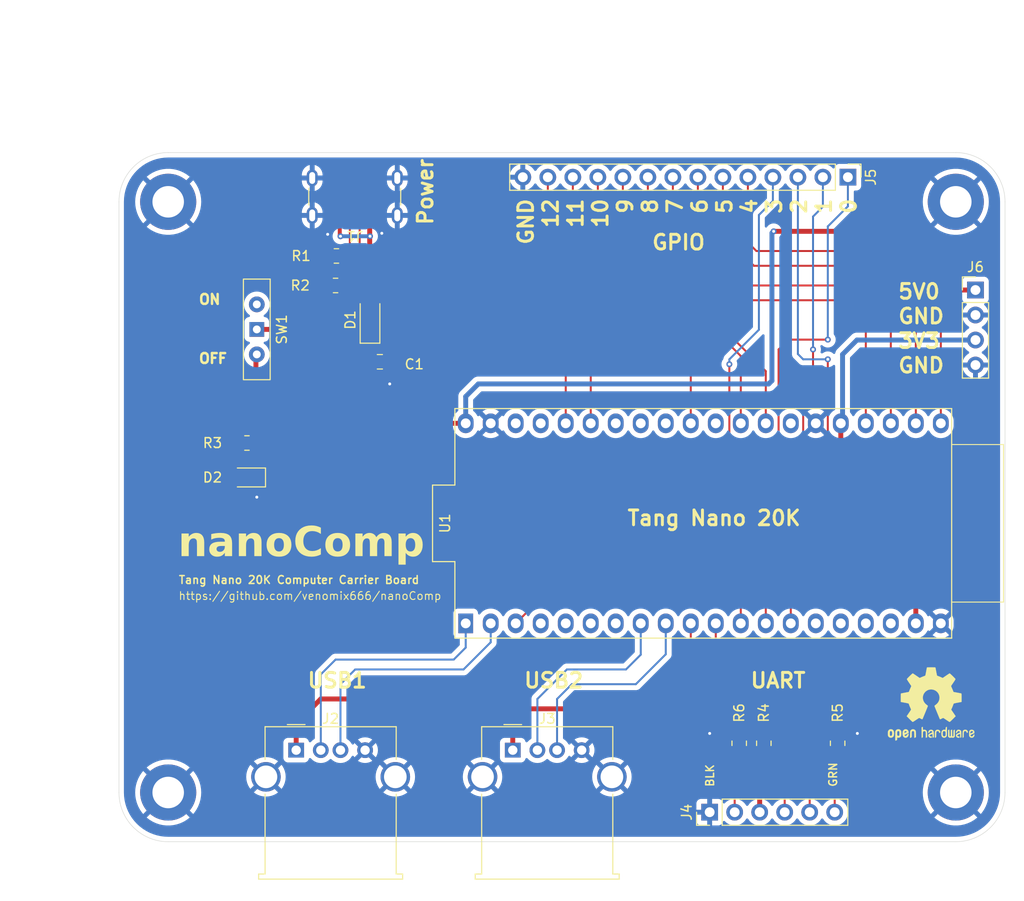
<source format=kicad_pcb>
(kicad_pcb (version 20240108) (generator "pcbnew") (generator_version "8.0")
  (title_block (title "nanoComp") (date "2024-07-10") (rev "A"))
  (layers (0 "F.Cu" signal) (31 "B.Cu" signal) (34 "B.Paste" user) (35 "F.Paste" user) (36 "B.SilkS" user "B.Silkscreen") (37 "F.SilkS" user "F.Silkscreen") (38 "B.Mask" user) (39 "F.Mask" user) (44 "Edge.Cuts" user))
  (net 0 "")
  (net 1 "Net-(D1-K)")
  (net 2 "GND")
  (net 3 "Net-(D1-A)")
  (net 4 "Net-(D2-A)")
  (net 5 "VCC")
  (net 6 "Net-(J1-CC2)")
  (net 7 "Net-(J1-CC1)")
  (net 8 "/USB_A_D+")
  (net 9 "/USB_A_D-")
  (net 10 "/RTS#")
  (net 11 "/RXD")
  (net 12 "/TXD")
  (net 13 "/USB_B_D-")
  (net 14 "/CTS#")
  (net 16 "/USB_B_D+")
  (net 19 "Net-(J4-Pin_3)")
  (net 21 "/GPIO8")
  (net 22 "/GPIO4")
  (net 23 "/GPIO9")
  (net 25 "/GPIO12")
  (net 27 "/GPIO0")
  (net 29 "/GPIO5")
  (net 31 "/GPIO7")
  (net 34 "/GPIO1")
  (net 36 "/GPIO10")
  (net 37 "/GPIO3")
  (net 42 "/GPIO2")
  (net 43 "/GPIO11")
  (net 45 "/GPIO6")
  (net 46 "3V3")
  (footprint "Connector_USB:USB_C_Receptacle_GCT_USB4125-xx-x-0190_6P_TopMnt_Horizontal" (layer "F.Cu") (at 103.947427 62.381348 180)
    (property "Reference" "J1" (at 0 -5.1 180) (layer "F.SilkS"))
    (property "Value" "USB_C_Receptacle_PowerOnly_6P")
    (pad "A5" smd roundrect (at -0.5 -3.08 180) (size 0.7 1.2) (layers "F.Cu" "F.Paste" "F.Mask") (net 7 "Net-(J1-CC1)"))
    (pad "A9" smd roundrect (at 1.52 -3.08) (size 0.76 1.2) (layers "F.Cu" "F.Paste" "F.Mask") (net 3 "Net-(D1-A)"))
    (pad "A12" smd roundrect (at 2.75 -3.08) (size 0.8 1.2) (layers "F.Cu" "F.Paste" "F.Mask") (net 2 "GND"))
    (pad "B5" smd roundrect (at 0.5 -3.08) (size 0.7 1.2) (layers "F.Cu" "F.Paste" "F.Mask") (net 6 "Net-(J1-CC2)"))
    (pad "B9" smd roundrect (at -1.52 -3.08 180) (size 0.76 1.2) (layers "F.Cu" "F.Paste" "F.Mask") (net 3 "Net-(D1-A)"))
    (pad "B12" smd roundrect (at -2.75 -3.08 180) (size 0.8 1.2) (layers "F.Cu" "F.Paste" "F.Mask") (net 2 "GND"))
    (pad "S1" thru_hole oval (at -4.32 -3 180) (size 1.1 1.7) (drill oval 0.6 1.2) (layers "*.Cu" "*.Mask" "F.Paste") (net 2 "GND"))
    (pad "S1" thru_hole oval (at -4.32 0.8 180) (size 1.1 1.7) (drill oval 0.6 1.2) (layers "*.Cu" "*.Mask" "F.Paste") (net 2 "GND"))
    (pad "S1" thru_hole oval (at 4.32 -3 180) (size 1.1 1.7) (drill oval 0.6 1.2) (layers "*.Cu" "*.Mask" "F.Paste") (net 2 "GND"))
    (pad "S1" thru_hole oval (at 4.32 0.8 180) (size 1.1 1.7) (drill oval 0.6 1.2) (layers "*.Cu" "*.Mask" "F.Paste") (net 2 "GND"))
  )
  (footprint "Connector_PinHeader_2.54mm:PinHeader_1x14_P2.54mm_Vertical" (layer "F.Cu") (at 154.04 61.5 -90)
    (property "Reference" "J5" (at 0 -2.33 90) (layer "F.SilkS"))
    (property "Value" "Conn_01x14")
    (pad "1" thru_hole rect (at 0 0 270) (size 1.7 1.7) (drill 1) (layers "*.Cu" "*.Mask") (net 27 "/GPIO0"))
    (pad "2" thru_hole oval (at 0 2.54 270) (size 1.7 1.7) (drill 1) (layers "*.Cu" "*.Mask") (net 34 "/GPIO1"))
    (pad "3" thru_hole oval (at 0 5.08 270) (size 1.7 1.7) (drill 1) (layers "*.Cu" "*.Mask") (net 42 "/GPIO2"))
    (pad "4" thru_hole oval (at 0 7.62 270) (size 1.7 1.7) (drill 1) (layers "*.Cu" "*.Mask") (net 37 "/GPIO3"))
    (pad "5" thru_hole oval (at 0 10.16 270) (size 1.7 1.7) (drill 1) (layers "*.Cu" "*.Mask") (net 22 "/GPIO4"))
    (pad "6" thru_hole oval (at 0 12.7 270) (size 1.7 1.7) (drill 1) (layers "*.Cu" "*.Mask") (net 29 "/GPIO5"))
    (pad "7" thru_hole oval (at 0 15.24 270) (size 1.7 1.7) (drill 1) (layers "*.Cu" "*.Mask") (net 45 "/GPIO6"))
    (pad "8" thru_hole oval (at 0 17.78 270) (size 1.7 1.7) (drill 1) (layers "*.Cu" "*.Mask") (net 31 "/GPIO7"))
    (pad "9" thru_hole oval (at 0 20.32 270) (size 1.7 1.7) (drill 1) (layers "*.Cu" "*.Mask") (net 21 "/GPIO8"))
    (pad "10" thru_hole oval (at 0 22.86 270) (size 1.7 1.7) (drill 1) (layers "*.Cu" "*.Mask") (net 23 "/GPIO9"))
    (pad "11" thru_hole oval (at 0 25.4 270) (size 1.7 1.7) (drill 1) (layers "*.Cu" "*.Mask") (net 36 "/GPIO10"))
    (pad "12" thru_hole oval (at 0 27.94 270) (size 1.7 1.7) (drill 1) (layers "*.Cu" "*.Mask") (net 43 "/GPIO11"))
    (pad "13" thru_hole oval (at 0 30.48 270) (size 1.7 1.7) (drill 1) (layers "*.Cu" "*.Mask") (net 25 "/GPIO12"))
    (pad "14" thru_hole oval (at 0 33.02 270) (size 1.7 1.7) (drill 1) (layers "*.Cu" "*.Mask") (net 2 "GND"))
  )
  (footprint "Connector_PinHeader_2.54mm:PinHeader_1x04_P2.54mm_Vertical" (layer "F.Cu") (at 167 72.96)
    (property "Reference" "J6" (at 0 -2.33 0) (layer "F.SilkS"))
    (property "Value" "Conn_01x04")
    (pad "1" thru_hole rect (at 0 0) (size 1.7 1.7) (drill 1) (layers "*.Cu" "*.Mask") (net 5 "VCC"))
    (pad "2" thru_hole oval (at 0 2.54) (size 1.7 1.7) (drill 1) (layers "*.Cu" "*.Mask") (net 2 "GND"))
    (pad "3" thru_hole oval (at 0 5.08) (size 1.7 1.7) (drill 1) (layers "*.Cu" "*.Mask") (net 46 "3V3"))
    (pad "4" thru_hole oval (at 0 7.62) (size 1.7 1.7) (drill 1) (layers "*.Cu" "*.Mask") (net 2 "GND"))
  )
  (footprint "Capacitor_SMD:C_0805_2012Metric_Pad1.18x1.45mm_HandSolder" (layer "F.Cu") (at 106.5 80.25)
    (property "Reference" "C1" (at 3.5 0.25 0) (layer "F.SilkS"))
    (property "Value" "1uF")
    (pad "1" smd roundrect (at -1.0375 0) (size 1.175 1.45) (layers "F.Cu" "F.Paste" "F.Mask") (roundrect_rratio 0.212766) (net 1 "Net-(D1-K)"))
    (pad "2" smd roundrect (at 1.0375 0) (size 1.175 1.45) (layers "F.Cu" "F.Paste" "F.Mask") (roundrect_rratio 0.212766) (net 2 "GND"))
  )
  (footprint "Connector_USB:USB_A_Molex_67643_Horizontal" (layer "F.Cu") (at 120 119.7)
    (property "Reference" "J3" (at 3.5 -3.19 0) (layer "F.SilkS"))
    (property "Value" "USB_A")
    (pad "1" thru_hole rect (at 0 0) (size 1.6 1.5) (drill 0.95) (layers "*.Cu" "*.Mask") (net 5 "VCC"))
    (pad "2" thru_hole circle (at 2.5 0) (size 1.6 1.6) (drill 0.95) (layers "*.Cu" "*.Mask") (net 13 "/USB_B_D-"))
    (pad "3" thru_hole circle (at 4.5 0) (size 1.6 1.6) (drill 0.95) (layers "*.Cu" "*.Mask") (net 16 "/USB_B_D+"))
    (pad "4" thru_hole circle (at 7 0) (size 1.6 1.6) (drill 0.95) (layers "*.Cu" "*.Mask") (net 2 "GND"))
    (pad "5" thru_hole circle (at -3.07 2.71) (size 3 3) (drill 2.3) (layers "*.Cu" "*.Mask") (net 2 "GND"))
    (pad "5" thru_hole circle (at 10.07 2.71) (size 3 3) (drill 2.3) (layers "*.Cu" "*.Mask") (net 2 "GND"))
  )
  (footprint "MountingHole:MountingHole_3.2mm_M3_ISO7380_Pad" (layer "F.Cu") (at 85 124)
    (property "Reference" "H2" (hide yes))
    (property "Value" "MountingHole_Pad")
    (pad "1" thru_hole circle (at 0 0) (size 5.7 5.7) (drill 3.2) (layers "*.Cu" "*.Mask") (net 2 "GND"))
  )
  (footprint "Connector_USB:USB_A_Molex_67643_Horizontal" (layer "F.Cu") (at 98 119.7)
    (property "Reference" "J2" (at 3.5 -3.19 0) (layer "F.SilkS"))
    (property "Value" "USB_A")
    (pad "1" thru_hole rect (at 0 0) (size 1.6 1.5) (drill 0.95) (layers "*.Cu" "*.Mask") (net 5 "VCC"))
    (pad "2" thru_hole circle (at 2.5 0) (size 1.6 1.6) (drill 0.95) (layers "*.Cu" "*.Mask") (net 9 "/USB_A_D-"))
    (pad "3" thru_hole circle (at 4.5 0) (size 1.6 1.6) (drill 0.95) (layers "*.Cu" "*.Mask") (net 8 "/USB_A_D+"))
    (pad "4" thru_hole circle (at 7 0) (size 1.6 1.6) (drill 0.95) (layers "*.Cu" "*.Mask") (net 2 "GND"))
    (pad "5" thru_hole circle (at -3.07 2.71) (size 3 3) (drill 2.3) (layers "*.Cu" "*.Mask") (net 2 "GND"))
    (pad "5" thru_hole circle (at 10.07 2.71) (size 3 3) (drill 2.3) (layers "*.Cu" "*.Mask") (net 2 "GND"))
  )
  (footprint "Connector_PinHeader_2.54mm:PinHeader_1x06_P2.54mm_Vertical" (layer "F.Cu") (at 140 126 90)
    (property "Reference" "J4" (at 0 -2.33 90) (layer "F.SilkS"))
    (property "Value" "Conn_01x06_Pin")
    (pad "1" thru_hole rect (at 0 0 90) (size 1.7 1.7) (drill 1) (layers "*.Cu" "*.Mask") (net 2 "GND"))
    (pad "2" thru_hole oval (at 0 2.54 90) (size 1.7 1.7) (drill 1) (layers "*.Cu" "*.Mask") (net 14 "/CTS#"))
    (pad "3" thru_hole oval (at 0 5.08 90) (size 1.7 1.7) (drill 1) (layers "*.Cu" "*.Mask") (net 19 "Net-(J4-Pin_3)"))
    (pad "4" thru_hole oval (at 0 7.62 90) (size 1.7 1.7) (drill 1) (layers "*.Cu" "*.Mask") (net 12 "/TXD"))
    (pad "5" thru_hole oval (at 0 10.16 90) (size 1.7 1.7) (drill 1) (layers "*.Cu" "*.Mask") (net 11 "/RXD"))
    (pad "6" thru_hole oval (at 0 12.7 90) (size 1.7 1.7) (drill 1) (layers "*.Cu" "*.Mask") (net 10 "/RTS#"))
  )
  (footprint "Symbol:OSHW-Logo2_9.8x8mm_SilkScreen" (layer "F.Cu") (at 162.5 115)
    (property "Reference" "REF**" (hide yes))
    (property "Value" "OSHW-Logo2_9.8x8mm_SilkScreen" (hide yes))
  )
  (footprint "Resistor_SMD:R_0805_2012Metric" (layer "F.Cu") (at 102.0875 69.5 180)
    (property "Reference" "R1" (at 3.5875 0 0) (layer "F.SilkS"))
    (property "Value" "5k1")
    (pad "1" smd roundrect (at -0.9125 0 180) (size 1.025 1.4) (layers "F.Cu" "F.Paste" "F.Mask") (roundrect_rratio 0.243902) (net 6 "Net-(J1-CC2)"))
    (pad "2" smd roundrect (at 0.9125 0 180) (size 1.025 1.4) (layers "F.Cu" "F.Paste" "F.Mask") (roundrect_rratio 0.243902) (net 2 "GND"))
  )
  (footprint "Resistor_SMD:R_0805_2012Metric" (layer "F.Cu") (at 93 88.5 180)
    (property "Reference" "R3" (at 3.5 0 0) (layer "F.SilkS"))
    (property "Value" "1k")
    (pad "1" smd roundrect (at -0.9125 0 180) (size 1.025 1.4) (layers "F.Cu" "F.Paste" "F.Mask") (roundrect_rratio 0.243902) (net 5 "VCC"))
    (pad "2" smd roundrect (at 0.9125 0 180) (size 1.025 1.4) (layers "F.Cu" "F.Paste" "F.Mask") (roundrect_rratio 0.243902) (net 4 "Net-(D2-A)"))
  )
  (footprint "MountingHole:MountingHole_3.2mm_M3_ISO7380_Pad" (layer "F.Cu") (at 85 64)
    (property "Reference" "H1" (hide yes))
    (property "Value" "MountingHole_Pad")
    (pad "1" thru_hole circle (at 0 0) (size 5.7 5.7) (drill 3.2) (layers "*.Cu" "*.Mask") (net 2 "GND"))
  )
  (footprint "MountingHole:MountingHole_3.2mm_M3_ISO7380_Pad" (layer "F.Cu") (at 165 124)
    (property "Reference" "H3" (hide yes))
    (property "Value" "MountingHole_Pad")
    (pad "1" thru_hole circle (at 0 0) (size 5.7 5.7) (drill 3.2) (layers "*.Cu" "*.Mask") (net 2 "GND"))
  )
  (footprint "nanoComp:tangnano20k" (layer "F.Cu") (at 139.35 96.66)
    (property "Reference" "U1" (at -26.23 0 90) (layer "F.SilkS"))
    (property "Value" "~")
    (pad "1" thru_hole rect (at -24.13 10.16) (size 1.5 2) (drill 1) (layers "*.Cu" "*.Mask") (net 9 "/USB_A_D-"))
    (pad "2" thru_hole oval (at -21.59 10.16) (size 1.6 2) (drill 1) (layers "*.Cu" "*.Mask") (net 8 "/USB_A_D+"))
    (pad "3" thru_hole oval (at -19.05 10.16) (size 1.6 2) (drill 1) (layers "*.Cu" "*.Mask") (net 37 "/GPIO3"))
    (pad "4" thru_hole oval (at -16.51 10.16) (size 1.6 2) (drill 1) (layers "*.Cu" "*.Mask"))
    (pad "5" thru_hole oval (at -13.97 10.16) (size 1.6 2) (drill 1) (layers "*.Cu" "*.Mask"))
    (pad "6" thru_hole oval (at -11.43 10.16) (size 1.6 2) (drill 1) (layers "*.Cu" "*.Mask"))
    (pad "7" thru_hole oval (at -8.89 10.16) (size 1.6 2) (drill 1) (layers "*.Cu" "*.Mask"))
    (pad "8" thru_hole oval (at -6.35 10.16) (size 1.6 2) (drill 1) (layers "*.Cu" "*.Mask") (net 13 "/USB_B_D-"))
    (pad "9" thru_hole oval (at -3.81 10.16) (size 1.6 2) (drill 1) (layers "*.Cu" "*.Mask") (net 16 "/USB_B_D+"))
    (pad "10" thru_hole oval (at -1.27 10.16) (size 1.6 2) (drill 1) (layers "*.Cu" "*.Mask") (net 12 "/TXD"))
    (pad "11" thru_hole oval (at 1.27 10.16) (size 1.6 2) (drill 1) (layers "*.Cu" "*.Mask") (net 11 "/RXD"))
    (pad "12" thru_hole oval (at 3.81 10.16) (size 1.6 2) (drill 1) (layers "*.Cu" "*.Mask") (net 27 "/GPIO0"))
    (pad "13" thru_hole oval (at 6.35 10.16) (size 1.6 2) (drill 1) (layers "*.Cu" "*.Mask") (net 34 "/GPIO1"))
    (pad "14" thru_hole oval (at 8.89 10.16) (size 1.6 2) (drill 1) (layers "*.Cu" "*.Mask") (net 42 "/GPIO2"))
    (pad "15" thru_hole oval (at 11.43 10.16) (size 1.6 2) (drill 1) (layers "*.Cu" "*.Mask"))
    (pad "16" thru_hole oval (at 13.97 10.16) (size 1.6 2) (drill 1) (layers "*.Cu" "*.Mask"))
    (pad "17" thru_hole oval (at 16.51 10.16) (size 1.6 2) (drill 1) (layers "*.Cu" "*.Mask"))
    (pad "18" thru_hole oval (at 19.05 10.16) (size 1.6 2) (drill 1) (layers "*.Cu" "*.Mask"))
    (pad "19" thru_hole oval (at 21.59 10.16) (size 1.6 2) (drill 1) (layers "*.Cu" "*.Mask") (net 46 "3V3"))
    (pad "20" thru_hole oval (at 24.13 10.16) (size 1.6 2) (drill 1) (layers "*.Cu" "*.Mask") (net 2 "GND"))
    (pad "21" thru_hole oval (at 24.13 -10.16) (size 1.6 2) (drill 1) (layers "*.Cu" "*.Mask") (net 22 "/GPIO4"))
    (pad "22" thru_hole oval (at 21.59 -10.16) (size 1.6 2) (drill 1) (layers "*.Cu" "*.Mask") (net 29 "/GPIO5"))
    (pad "23" thru_hole oval (at 19.05 -10.16) (size 1.6 2) (drill 1) (layers "*.Cu" "*.Mask") (net 45 "/GPIO6"))
    (pad "24" thru_hole oval (at 16.51 -10.16) (size 1.6 2) (drill 1) (layers "*.Cu" "*.Mask") (net 31 "/GPIO7"))
    (pad "25" thru_hole oval (at 13.97 -10.16) (size 1.6 2) (drill 1) (layers "*.Cu" "*.Mask") (net 46 "3V3"))
    (pad "26" thru_hole oval (at 11.43 -10.16) (size 1.6 2) (drill 1) (layers "*.Cu" "*.Mask") (net 2 "GND"))
    (pad "27" thru_hole oval (at 8.89 -10.16) (size 1.6 2) (drill 1) (layers "*.Cu" "*.Mask"))
    (pad "28" thru_hole oval (at 6.35 -10.16) (size 1.6 2) (drill 1) (layers "*.Cu" "*.Mask") (net 21 "/GPIO8"))
    (pad "29" thru_hole oval (at 3.81 -10.16) (size 1.6 2) (drill 1) (layers "*.Cu" "*.Mask") (net 23 "/GPIO9"))
    (pad "30" thru_hole oval (at 1.27 -10.16) (size 1.6 2) (drill 1) (layers "*.Cu" "*.Mask"))
    (pad "31" thru_hole oval (at -1.27 -10.16) (size 1.6 2) (drill 1) (layers "*.Cu" "*.Mask") (net 36 "/GPIO10"))
    (pad "32" thru_hole oval (at -3.81 -10.16) (size 1.6 2) (drill 1) (layers "*.Cu" "*.Mask"))
    (pad "33" thru_hole oval (at -6.35 -10.16) (size 1.6 2) (drill 1) (layers "*.Cu" "*.Mask"))
    (pad "34" thru_hole oval (at -8.89 -10.16) (size 1.6 2) (drill 1) (layers "*.Cu" "*.Mask"))
    (pad "35" thru_hole oval (at -11.43 -10.16) (size 1.6 2) (drill 1) (layers "*.Cu" "*.Mask") (net 43 "/GPIO11"))
    (pad "36" thru_hole oval (at -13.97 -10.16) (size 1.6 2) (drill 1) (layers "*.Cu" "*.Mask") (net 25 "/GPIO12"))
    (pad "37" thru_hole oval (at -16.51 -10.16) (size 1.6 2) (drill 1) (layers "*.Cu" "*.Mask"))
    (pad "38" thru_hole oval (at -19.05 -10.16) (size 1.6 2) (drill 1) (layers "*.Cu" "*.Mask"))
    (pad "39" thru_hole oval (at -21.59 -10.16) (size 1.6 2) (drill 1) (layers "*.Cu" "*.Mask") (net 2 "GND"))
    (pad "40" thru_hole oval (at -24.13 -10.16) (size 1.6 2) (drill 1) (layers "*.Cu" "*.Mask") (net 5 "VCC"))
  )
  (footprint "LED_SMD:LED_0805_2012Metric_Pad1.15x1.40mm_HandSolder" (layer "F.Cu") (at 93.025 92 180)
    (property "Reference" "D2" (at 3.525 0 0) (layer "F.SilkS"))
    (property "Value" "LED")
    (pad "1" smd roundrect (at -1.025 0 180) (size 1.15 1.4) (layers "F.Cu" "F.Paste" "F.Mask") (roundrect_rratio 0.217391) (net 2 "GND"))
    (pad "2" smd roundrect (at 1.025 0 180) (size 1.15 1.4) (layers "F.Cu" "F.Paste" "F.Mask") (roundrect_rratio 0.217391) (net 4 "Net-(D2-A)"))
  )
  (footprint "Resistor_SMD:R_0805_2012Metric" (layer "F.Cu") (at 145.5 119 90)
    (property "Reference" "R4" (at 3.0875 0 90) (layer "F.SilkS"))
    (property "Value" "NM")
    (pad "1" smd roundrect (at -0.9125 0 90) (size 1.025 1.4) (layers "F.Cu" "F.Paste" "F.Mask") (roundrect_rratio 0.243902) (net 19 "Net-(J4-Pin_3)"))
    (pad "2" smd roundrect (at 0.9125 0 90) (size 1.025 1.4) (layers "F.Cu" "F.Paste" "F.Mask") (roundrect_rratio 0.243902) (net 5 "VCC"))
  )
  (footprint "Resistor_SMD:R_0805_2012Metric" (layer "F.Cu") (at 153 119 -90)
    (property "Reference" "R5" (at -3.0875 0 90) (layer "F.SilkS"))
    (property "Value" "NM")
    (pad "1" smd roundrect (at -0.9125 0 270) (size 1.025 1.4) (layers "F.Cu" "F.Paste" "F.Mask") (roundrect_rratio 0.243902) (net 2 "GND"))
    (pad "2" smd roundrect (at 0.9125 0 270) (size 1.025 1.4) (layers "F.Cu" "F.Paste" "F.Mask") (roundrect_rratio 0.243902) (net 10 "/RTS#"))
  )
  (footprint "Diode_SMD:D_SOD-123" (layer "F.Cu") (at 105.5 76 90)
    (property "Reference" "D1" (at 0 -2 90) (layer "F.SilkS"))
    (property "Value" "1N5819HW-7-F")
    (pad "1" smd roundrect (at -1.65 0 90) (size 0.9 1.2) (layers "F.Cu" "F.Paste" "F.Mask") (net 1 "Net-(D1-K)"))
    (pad "2" smd roundrect (at 1.65 0 90) (size 0.9 1.2) (layers "F.Cu" "F.Paste" "F.Mask") (net 3 "Net-(D1-A)"))
  )
  (footprint "MountingHole:MountingHole_3.2mm_M3_ISO7380_Pad" (layer "F.Cu") (at 165 64)
    (property "Reference" "H4" (hide yes))
    (property "Value" "MountingHole_Pad")
    (pad "1" thru_hole circle (at 0 0) (size 5.7 5.7) (drill 3.2) (layers "*.Cu" "*.Mask") (net 2 "GND"))
  )
  (footprint "Resistor_SMD:R_0805_2012Metric" (layer "F.Cu") (at 102 72.5 180)
    (property "Reference" "R2" (at 3.5875 0 0) (layer "F.SilkS"))
    (property "Value" "5k1")
    (pad "1" smd roundrect (at -0.9125 0 180) (size 1.025 1.4) (layers "F.Cu" "F.Paste" "F.Mask") (roundrect_rratio 0.243902) (net 7 "Net-(J1-CC1)"))
    (pad "2" smd roundrect (at 0.9125 0 180) (size 1.025 1.4) (layers "F.Cu" "F.Paste" "F.Mask") (roundrect_rratio 0.243902) (net 2 "GND"))
  )
  (footprint "Button_Switch_THT:SW_Slide-03_Wuerth-WS-SLTV_10x2.5x6.4_P2.54mm" (layer "F.Cu") (at 94 76.96 -90)
    (property "Reference" "SW1" (at 0 -2.54 90) (layer "F.SilkS"))
    (property "Value" "SW_Wuerth_450301014042")
    (pad "1" thru_hole rect (at 0 0 270) (size 1.5 1.5) (drill 0.8) (layers "*.Cu" "*.Mask") (net 1 "Net-(D1-K)"))
    (pad "2" thru_hole circle (at -2.54 0 270) (size 1.6 1.6) (drill 0.8) (layers "*.Cu" "*.Mask"))
    (pad "3" thru_hole circle (at 2.54 0 270) (size 1.6 1.6) (drill 0.8) (layers "*.Cu" "*.Mask") (net 5 "VCC"))
  )
  (footprint "Resistor_SMD:R_0805_2012Metric" (layer "F.Cu") (at 143 119 -90)
    (property "Reference" "R6" (at -3.0875 0 90) (layer "F.SilkS"))
    (property "Value" "NM")
    (pad "1" smd roundrect (at -0.9125 0 270) (size 1.025 1.4) (layers "F.Cu" "F.Paste" "F.Mask") (roundrect_rratio 0.243902) (net 2 "GND"))
    (pad "2" smd roundrect (at 0.9125 0 270) (size 1.025 1.4) (layers "F.Cu" "F.Paste" "F.Mask") (roundrect_rratio 0.243902) (net 14 "/CTS#"))
  )
  (gr_line (start 170 64) (end 170 124) (stroke (width 0.05)) (layer "Edge.Cuts"))
  (gr_arc (start 170 124) (mid 168.535534 127.535534) (end 165 129) (stroke (width 0.05)) (layer "Edge.Cuts"))
  (gr_line (start 165 129) (end 85 129) (stroke (width 0.05)) (layer "Edge.Cuts"))
  (gr_line (start 85 59) (end 165 59) (stroke (width 0.05)) (layer "Edge.Cuts"))
  (gr_arc (start 85 129) (mid 81.464466 127.535534) (end 80 124) (stroke (width 0.05)) (layer "Edge.Cuts"))
  (gr_arc (start 165 59) (mid 168.535534 60.464466) (end 170 64) (stroke (width 0.05)) (layer "Edge.Cuts"))
  (gr_arc (start 80 64) (mid 81.464466 60.464466) (end 85 59) (stroke (width 0.05)) (layer "Edge.Cuts"))
  (gr_line (start 80 124) (end 80 64) (stroke (width 0.05)) (layer "Edge.Cuts"))
  (gr_text "GPIO" (at 134 69 0) (layer "F.SilkS") (effects (font (size 1.5 1.5) (thickness 0.3) (bold yes)) (justify left bottom)))
  (gr_text "ON\n" (at 88 74.5 0) (layer "F.SilkS") (effects (font (size 1 1) (thickness 0.25) (bold yes)) (justify left bottom)))
  (gr_text "8" (at 134.820568 65.357142 90) (layer "F.SilkS") (effects (font (size 1.5 1.5) (thickness 0.3) (bold yes)) (justify left bottom)))
  (gr_text "USB1" (at 99 113.5 0) (layer "F.SilkS") (effects (font (size 1.5 1.5) (thickness 0.3) (bold yes)) (justify left bottom)))
  (gr_text "GND" (at 159 76.5 0) (layer "F.SilkS") (effects (font (size 1.5 1.5) (thickness 0.3) (bold yes)) (justify left bottom)))
  (gr_text "USB2" (at 121 113.5 0) (layer "F.SilkS") (effects (font (size 1.5 1.5) (thickness 0.3) (bold yes)) (justify left bottom)))
  (gr_text "12" (at 124.730856 66.785713 90) (layer "F.SilkS") (effects (font (size 1.5 1.5) (thickness 0.3) (bold yes)) (justify left bottom)))
  (gr_text "10" (at 129.775712 66.785713 90) (layer "F.SilkS") (effects (font (size 1.5 1.5) (thickness 0.3) (bold yes)) (justify left bottom)))
  (gr_text "4" (at 144.91028 65.357142 90) (layer "F.SilkS") (effects (font (size 1.5 1.5) (thickness 0.3) (bold yes)) (justify left bottom)))
  (gr_text "0" (at 154.999992 65.357142 90) (layer "F.SilkS") (effects (font (size 1.5 1.5) (thickness 0.3) (bold yes)) (justify left bottom)))
  (gr_text "3" (at 147.432708 65.357142 90) (layer "F.SilkS") (effects (font (size 1.5 1.5) (thickness 0.3) (bold yes)) (justify left bottom)))
  (gr_text "GND" (at 122.208428 68.5 90) (layer "F.SilkS") (effects (font (size 1.5 1.5) (thickness 0.3) (bold yes)) (justify left bottom)))
  (gr_text "OFF" (at 88 80.5 0) (layer "F.SilkS") (effects (font (size 1 1) (thickness 0.25) (bold yes)) (justify left bottom)))
  (gr_text "3V3" (at 159 79 0) (layer "F.SilkS") (effects (font (size 1.5 1.5) (thickness 0.3) (bold yes)) (justify left bottom)))
  (gr_text "BLK\n" (at 140.5 123.5 90) (layer "F.SilkS") (effects (font (size 0.8 0.8) (thickness 0.15) (bold yes)) (justify left bottom)))
  (gr_text "GRN\n" (at 153 123.5 90) (layer "F.SilkS") (effects (font (size 0.8 0.8) (thickness 0.15) (bold yes)) (justify left bottom)))
  (gr_text "11" (at 127.253284 66.785713 90) (layer "F.SilkS") (effects (font (size 1.5 1.5) (thickness 0.3) (bold yes)) (justify left bottom)))
  (gr_text "7" (at 137.342996 65.357142 90) (layer "F.SilkS") (effects (font (size 1.5 1.5) (thickness 0.3) (bold yes)) (justify left bottom)))
  (gr_text "5" (at 142.387852 65.357142 90) (layer "F.SilkS") (effects (font (size 1.5 1.5) (thickness 0.3) (bold yes)) (justify left bottom)))
  (gr_text "5V0" (at 159 74 0) (layer "F.SilkS") (effects (font (size 1.5 1.5) (thickness 0.3) (bold yes)) (justify left bottom)))
  (gr_text "Tang Nano 20K Computer Carrier Board" (at 86 102.87134 0) (layer "F.SilkS") (effects (font (size 0.8 0.8) (thickness 0.15) (bold yes)) (justify left bottom)))
  (gr_text "GND" (at 159 81.5 0) (layer "F.SilkS") (effects (font (size 1.5 1.5) (thickness 0.3) (bold yes)) (justify left bottom)))
  (gr_text "1" (at 152.477564 65.357142 90) (layer "F.SilkS") (effects (font (size 1.5 1.5) (thickness 0.3) (bold yes)) (justify left bottom)))
  (gr_text "https://github.com/venomix666/nanoComp" (at 86 104.5 0) (layer "F.SilkS") (effects (font (size 0.8 0.8) (thickness 0.1)) (justify left bottom)))
  (gr_text "2" (at 149.955136 65.357142 90) (layer "F.SilkS") (effects (font (size 1.5 1.5) (thickness 0.3) (bold yes)) (justify left bottom)))
  (gr_text "9" (at 132.29814 65.357142 90) (layer "F.SilkS") (effects (font (size 1.5 1.5) (thickness 0.3) (bold yes)) (justify left bottom)))
  (gr_text "nanoComp" (at 86 100.5 0) (layer "F.SilkS") (effects (font (size 3 3) (thickness 0.5) (bold yes)) (justify left bottom)))
  (gr_text "Power\n" (at 112 66.5 90) (layer "F.SilkS") (effects (font (size 1.5 1.5) (thickness 0.3) (bold yes)) (justify left bottom)))
  (gr_text "UART" (at 144 113.5 0) (layer "F.SilkS") (effects (font (size 1.5 1.5) (thickness 0.3) (bold yes)) (justify left bottom)))
  (gr_text "Tang Nano 20K" (at 131.5 97 0) (layer "F.SilkS") (effects (font (size 1.5 1.5) (thickness 0.3) (bold yes)) (justify left bottom)))
  (gr_text "6" (at 139.865424 65.357142 90) (layer "F.SilkS") (effects (font (size 1.5 1.5) (thickness 0.3) (bold yes)) (justify left bottom)))
  (segment (start 105.5 77.75) (end 98.75 77.75) (width 0.5) (layer "F.Cu") (net 1))
  (segment (start 105.5 77.75) (end 105.5 77.5) (width 0.2) (layer "F.Cu") (net 1))
  (segment (start 105.4625 78.5375) (end 105.4625 80.25) (width 0.4) (layer "F.Cu") (net 1))
  (segment (start 98.75 77.75) (end 97.96 76.96) (width 0.5) (layer "F.Cu") (net 1))
  (segment (start 105.5 77.75) (end 105.5 78.5) (width 0.4) (layer "F.Cu") (net 1))
  (segment (start 97.96 76.96) (end 94 76.96) (width 0.5) (layer "F.Cu") (net 1))
  (segment (start 105.5 78.5) (end 105.4625 78.5375) (width 0.2) (layer "F.Cu") (net 1))
  (segment (start 153 118.0875) (end 154.9125 118.0875) (width 0.2) (layer "F.Cu") (net 2))
  (segment (start 140.0875 118.0875) (end 140 118) (width 0.2) (layer "F.Cu") (net 2))
  (segment (start 107.5375 82.4625) (end 107.5 82.5) (width 0.2) (layer "F.Cu") (net 2))
  (segment (start 106.697427 67.197427) (end 106.697427 65.461348) (width 0.5) (layer "F.Cu") (net 2))
  (segment (start 101.175 67.325) (end 101.197427 67.302573) (width 0.2) (layer "F.Cu") (net 2))
  (segment (start 101.197427 67.302573) (end 101.197427 65.461348) (width 0.5) (layer "F.Cu") (net 2))
  (segment (start 94.05 93.95) (end 94 94) (width 0.2) (layer "F.Cu") (net 2))
  (segment (start 101.175 69.5) (end 101.175 67.325) (width 0.2) (layer "F.Cu") (net 2))
  (segment (start 101.0875 69.5875) (end 101.175 69.5) (width 0.2) (layer "F.Cu") (net 2))
  (segment (start 154.9125 118.0875) (end 155 118) (width 0.2) (layer "F.Cu") (net 2))
  (segment (start 107.5375 80.25) (end 107.5375 82.4625) (width 0.5) (layer "F.Cu") (net 2))
  (segment (start 101.0875 72.5) (end 101.0875 69.5875) (width 0.2) (layer "F.Cu") (net 2))
  (segment (start 143 118.0875) (end 140.0875 118.0875) (width 0.2) (layer "F.Cu") (net 2))
  (segment (start 94.05 92) (end 94.05 93.95) (width 0.2) (layer "F.Cu") (net 2))
  (via (at 101.197427 67.302573) (size 0.6) (drill 0.3) (layers "F.Cu" "B.Cu") (net 2))
  (via (at 155 118) (size 0.6) (drill 0.3) (layers "F.Cu" "B.Cu") (net 2))
  (via (at 140 118) (size 0.6) (drill 0.3) (layers "F.Cu" "B.Cu") (net 2))
  (via (at 107.5 82.5) (size 0.6) (drill 0.3) (layers "F.Cu" "B.Cu") (net 2))
  (via (at 94 94) (size 0.6) (drill 0.3) (layers "F.Cu" "B.Cu") (net 2))
  (via (at 106.697427 67.197427) (size 0.6) (drill 0.3) (layers "F.Cu" "B.Cu") (net 2))
  (segment (start 102.427427 65.461348) (end 102.427427 67.427427) (width 0.4) (layer "F.Cu") (net 3))
  (segment (start 102.427427 67.427427) (end 102.5 67.5) (width 0.2) (layer "F.Cu") (net 3))
  (segment (start 105.467427 74.317427) (end 105.5 74.35) (width 0.5) (layer "F.Cu") (net 3))
  (segment (start 105.467427 65.461348) (end 105.467427 74.317427) (width 0.5) (layer "F.Cu") (net 3))
  (via (at 105.5 67.5) (size 0.6) (drill 0.3) (layers "F.Cu" "B.Cu") (net 3))
  (via (at 102.5 67.5) (size 0.6) (drill 0.3) (layers "F.Cu" "B.Cu") (net 3))
  (segment (start 102.5 67.5) (end 105.5 67.5) (width 0.4) (layer "B.Cu") (net 3))
  (segment (start 92 88.5) (end 92 92) (width 0.2) (layer "F.Cu") (net 4))
  (segment (start 92.0875 88.5) (end 92 88.5) (width 0.2) (layer "F.Cu") (net 4))
  (segment (start 120 115.5) (end 119 114.5) (width 0.5) (layer "F.Cu") (net 5))
  (segment (start 94 80) (end 93.9125 80.0875) (width 0.2) (layer "F.Cu") (net 5))
  (segment (start 145.5 118.0875) (end 145.5 116) (width 0.5) (layer "F.Cu") (net 5))
  (segment (start 145.5 116) (end 145 115.5) (width 0.5) (layer "F.Cu") (net 5))
  (segment (start 97.5 88.5) (end 93.9125 88.5) (width 0.5) (layer "F.Cu") (net 5))
  (segment (start 115.22 86.5) (end 99.5 86.5) (width 0.5) (layer "F.Cu") (net 5))
  (segment (start 120 119.14) (end 120 115.5) (width 0.5) (layer "F.Cu") (net 5))
  (segment (start 98 117) (end 98 119.14) (width 0.2) (layer "F.Cu") (net 5))
  (segment (start 162.46 72.96) (end 167 72.96) (width 0.5) (layer "F.Cu") (net 5))
  (segment (start 145 115.5) (end 120 115.5) (width 0.5) (layer "F.Cu") (net 5))
  (segment (start 94 79.5) (end 94 80) (width 0.2) (layer "F.Cu") (net 5))
  (segment (start 146.5 67) (end 156.5 67) (width 0.5) (layer "F.Cu") (net 5))
  (segment (start 119 114.5) (end 100.5 114.5) (width 0.5) (layer "F.Cu") (net 5))
  (segment (start 156.5 67) (end 162.46 72.96) (width 0.5) (layer "F.Cu") (net 5))
  (segment (start 100.5 114.5) (end 98 117) (width 0.5) (layer "F.Cu") (net 5))
  (segment (start 93.9125 80.0875) (end 93.9125 88.5) (width 0.5) (layer "F.Cu") (net 5))
  (segment (start 99.5 86.5) (end 97.5 88.5) (width 0.5) (layer "F.Cu") (net 5))
  (segment (start 98 119.14) (end 98 92.5875) (width 0.5) (layer "F.Cu") (net 5))
  (segment (start 98 92.5875) (end 93.9125 88.5) (width 0.5) (layer "F.Cu") (net 5))
  (via (at 146.5 67) (size 0.6) (drill 0.3) (layers "F.Cu" "B.Cu") (net 5))
  (segment (start 115.22 83.78) (end 116.5 82.5) (width 0.5) (layer "B.Cu") (net 5))
  (segment (start 146.324595 82.175405) (end 146.324595 67.175405) (width 0.5) (layer "B.Cu") (net 5))
  (segment (start 116.5 82.5) (end 146 82.5) (width 0.5) (layer "B.Cu") (net 5))
  (segment (start 146.324595 67.175405) (end 146.5 67) (width 0.5) (layer "B.Cu") (net 5))
  (segment (start 146 82.5) (end 146.324595 82.175405) (width 0.5) (layer "B.Cu") (net 5))
  (segment (start 115.22 86.5) (end 115.5 86.5) (width 0.5) (layer "B.Cu") (net 5))
  (segment (start 115.22 86.5) (end 115.22 83.78) (width 0.5) (layer "B.Cu") (net 5))
  (segment (start 103.447427 69.052573) (end 103 69.5) (width 0.2) (layer "F.Cu") (net 6))
  (segment (start 103.447427 65.461348) (end 103.447427 69.052573) (width 0.2) (layer "F.Cu") (net 6))
  (segment (start 104.447427 65.461348) (end 104.447427 70.965073) (width 0.2) (layer "F.Cu") (net 7))
  (segment (start 104.447427 70.965073) (end 102.9125 72.5) (width 0.2) (layer "F.Cu") (net 7))
  (segment (start 102.5 113) (end 102.5 119.14) (width 0.2) (layer "B.Cu") (net 8))
  (segment (start 104 111.5) (end 102.5 113) (width 0.2) (layer "B.Cu") (net 8))
  (segment (start 115 111.5) (end 104 111.5) (width 0.2) (layer "B.Cu") (net 8))
  (segment (start 117.76 106.82) (end 117.76 108.74) (width 0.2) (layer "B.Cu") (net 8))
  (segment (start 117.76 108.74) (end 115 111.5) (width 0.2) (layer "B.Cu") (net 8))
  (segment (start 114 110.5) (end 115.22 109.28) (width 0.2) (layer "B.Cu") (net 9))
  (segment (start 115.22 109.28) (end 115.22 106.82) (width 0.2) (layer "B.Cu") (net 9))
  (segment (start 100.5 119.14) (end 100.5 112) (width 0.2) (layer "B.Cu") (net 9))
  (segment (start 100.5 112) (end 102 110.5) (width 0.2) (layer "B.Cu") (net 9))
  (segment (start 102 110.5) (end 114 110.5) (width 0.2) (layer "B.Cu") (net 9))
  (segment (start 153 121.5) (end 153 119.9125) (width 0.2) (layer "F.Cu") (net 10))
  (segment (start 152.7 126) (end 152.7 121.8) (width 0.2) (layer "F.Cu") (net 10))
  (segment (start 152.7 121.8) (end 153 121.5) (width 0.2) (layer "F.Cu") (net 10))
  (segment (start 147.5 111.5) (end 150.16 114.16) (width 0.2) (layer "F.Cu") (net 11))
  (segment (start 140.62 106.82) (end 140.62 108.62) (width 0.2) (layer "F.Cu") (net 11))
  (segment (start 143.5 111.5) (end 147.5 111.5) (width 0.2) (layer "F.Cu") (net 11))
  (segment (start 140.62 108.62) (end 143.5 111.5) (width 0.2) (layer "F.Cu") (net 11))
  (segment (start 150.16 114.16) (end 150.16 126) (width 0.2) (layer "F.Cu") (net 11))
  (segment (start 147.62 115.62) (end 145 113) (width 0.2) (layer "F.Cu") (net 12))
  (segment (start 138.08 110.08) (end 138.08 106.82) (width 0.2) (layer "F.Cu") (net 12))
  (segment (start 147.62 126) (end 147.62 115.62) (width 0.2) (layer "F.Cu") (net 12))
  (segment (start 145 113) (end 141 113) (width 0.2) (layer "F.Cu") (net 12))
  (segment (start 141 113) (end 138.08 110.08) (width 0.2) (layer "F.Cu") (net 12))
  (segment (start 125.5 111.5) (end 131.5 111.5) (width 0.2) (layer "B.Cu") (net 13))
  (segment (start 122.5 119.14) (end 122.5 114.5) (width 0.2) (layer "B.Cu") (net 13))
  (segment (start 131.5 111.5) (end 133 110) (width 0.2) (layer "B.Cu") (net 13))
  (segment (start 122.5 114.5) (end 125.5 111.5) (width 0.2) (layer "B.Cu") (net 13))
  (segment (start 133 110) (end 133 106.82) (width 0.2) (layer "B.Cu") (net 13))
  (segment (start 142.54 126) (end 142.54 121.96) (width 0.2) (layer "F.Cu") (net 14))
  (segment (start 142.54 121.96) (end 143 121.5) (width 0.2) (layer "F.Cu") (net 14))
  (segment (start 143 121.5) (end 143 119.9125) (width 0.2) (layer "F.Cu") (net 14))
  (segment (start 126 113) (end 124.5 114.5) (width 0.2) (layer "B.Cu") (net 16))
  (segment (start 124.5 114.5) (end 124.5 119.14) (width 0.2) (layer "B.Cu") (net 16))
  (segment (start 135.54 109.96) (end 132.5 113) (width 0.2) (layer "B.Cu") (net 16))
  (segment (start 132.5 113) (end 126 113) (width 0.2) (layer "B.Cu") (net 16))
  (segment (start 135.54 106.82) (end 135.54 109.96) (width 0.2) (layer "B.Cu") (net 16))
  (segment (start 145.08 122.42) (end 145.5 122) (width 0.5) (layer "F.Cu") (net 19))
  (segment (start 145.5 122) (end 145.5 119.9125) (width 0.5) (layer "F.Cu") (net 19))
  (segment (start 145.08 126) (end 145.08 122.42) (width 0.5) (layer "F.Cu") (net 19))
  (segment (start 145.7 81.2) (end 145.7 86.5) (width 0.2) (layer "F.Cu") (net 21))
  (segment (start 133.72 69.22) (end 145.7 81.2) (width 0.2) (layer "F.Cu") (net 21))
  (segment (start 133.72 61.5) (end 133.72 69.22) (width 0.2) (layer "F.Cu") (net 21))
  (segment (start 163.48 76.98) (end 155.5 69) (width 0.2) (layer "F.Cu") (net 22))
  (segment (start 143.88 68.13) (end 143.88 61.5) (width 0.2) (layer "F.Cu") (net 22))
  (segment (start 144.75 69) (end 143.88 68.13) (width 0.2) (layer "F.Cu") (net 22))
  (segment (start 163.48 86.5) (end 163.48 76.98) (width 0.2) (layer "F.Cu") (net 22))
  (segment (start 155.5 69) (end 144.75 69) (width 0.2) (layer "F.Cu") (net 22))
  (segment (start 143.16 79.66) (end 143.16 86.5) (width 0.2) (layer "F.Cu") (net 23))
  (segment (start 131.18 67.68) (end 143.16 79.66) (width 0.2) (layer "F.Cu") (net 23))
  (segment (start 131.18 61.5) (end 131.18 67.68) (width 0.2) (layer "F.Cu") (net 23))
  (segment (start 125.38 70.88) (end 123.5 69) (width 0.2) (layer "F.Cu") (net 25))
  (segment (start 123.56 67.94) (end 123.56 61.5) (width 0.2) (layer "F.Cu") (net 25))
  (segment (start 123.5 69) (end 123.5 68) (width 0.2) (layer "F.Cu") (net 25))
  (segment (start 125.38 86.5) (end 125.38 70.88) (width 0.2) (layer "F.Cu") (net 25))
  (segment (start 123.5 68) (end 123.56 67.94) (width 0.2) (layer "F.Cu") (net 25))
  (segment (start 143.16 106.82) (end 143.16 93.84) (width 0.2) (layer "F.Cu") (net 27))
  (segment (start 147 90) (end 147 84) (width 0.2) (layer "F.Cu") (net 27))
  (segment (start 146.5 90.5) (end 147 90) (width 0.2) (layer "F.Cu") (net 27))
  (segment (start 147 79) (end 148 78) (width 0.2) (layer "F.Cu") (net 27))
  (segment (start 147 84) (end 147 79) (width 0.2) (layer "F.Cu") (net 27))
  (segment (start 143.16 93.84) (end 146.5 90.5) (width 0.2) (layer "F.Cu") (net 27))
  (segment (start 148 78) (end 152 78) (width 0.2) (layer "F.Cu") (net 27))
  (via (at 152 78) (size 0.6) (drill 0.3) (layers "F.Cu" "B.Cu") (net 27))
  (segment (start 152 66.5) (end 154.04 64.46) (width 0.2) (layer "B.Cu") (net 27))
  (segment (start 152 78) (end 152 66.5) (width 0.2) (layer "B.Cu") (net 27))
  (segment (start 154.04 64.46) (end 154.04 61.5) (width 0.2) (layer "B.Cu") (net 27))
  (segment (start 141.34 61.5) (end 141.34 67.34) (width 0.2) (layer "F.Cu") (net 29))
  (segment (start 160.94 76.94) (end 160.94 86.5) (width 0.2) (layer "F.Cu") (net 29))
  (segment (start 154.5 70.5) (end 160.94 76.94) (width 0.2) (layer "F.Cu") (net 29))
  (segment (start 144.5 70.5) (end 154.5 70.5) (width 0.2) (layer "F.Cu") (net 29))
  (segment (start 141.34 67.34) (end 144.5 70.5) (width 0.2) (layer "F.Cu") (net 29))
  (segment (start 153.5 74) (end 155.86 76.36) (width 0.2) (layer "F.Cu") (net 31))
  (segment (start 136.26 67.76) (end 142.5 74) (width 0.2) (layer "F.Cu") (net 31))
  (segment (start 142.5 74) (end 153.5 74) (width 0.2) (layer "F.Cu") (net 31))
  (segment (start 136.26 61.5) (end 136.26 67.76) (width 0.2) (layer "F.Cu") (net 31))
  (segment (start 155.86 76.36) (end 155.86 86.5) (width 0.2) (layer "F.Cu") (net 31))
  (segment (start 149.5 84) (end 150.5 83) (width 0.2) (layer "F.Cu") (net 34))
  (segment (start 145.7 106.82) (end 145.7 94.3) (width 0.2) (layer "F.Cu") (net 34))
  (segment (start 150.5 83) (end 150.5 79) (width 0.2) (layer "F.Cu") (net 34))
  (segment (start 145.7 94.3) (end 149.5 90.5) (width 0.2) (layer "F.Cu") (net 34))
  (segment (start 149.5 90.5) (end 149.5 84) (width 0.2) (layer "F.Cu") (net 34))
  (via (at 150.5 79) (size 0.6) (drill 0.3) (layers "F.Cu" "B.Cu") (net 34))
  (segment (start 151.5 64.5) (end 151.5 61.5) (width 0.2) (layer "B.Cu") (net 34))
  (segment (start 150.5 79) (end 150.5 65.5) (width 0.2) (layer "B.Cu") (net 34))
  (segment (start 150.5 65.5) (end 151.5 64.5) (width 0.2) (layer "B.Cu") (net 34))
  (segment (start 138.08 78.08) (end 138.08 86.5) (width 0.2) (layer "F.Cu") (net 36))
  (segment (start 128.64 68.64) (end 138.08 78.08) (width 0.2) (layer "F.Cu") (net 36))
  (segment (start 128.64 61.5) (end 128.64 68.64) (width 0.2) (layer "F.Cu") (net 36))
  (segment (start 135.12 92) (end 138.5 92) (width 0.2) (layer "F.Cu") (net 37))
  (segment (start 120.3 106.82) (end 135.12 92) (width 0.2) (layer "F.Cu") (net 37))
  (segment (start 138.5 92) (end 142 88.5) (width 0.2) (layer "F.Cu") (net 37))
  (segment (start 142 88.5) (end 142 80.5) (width 0.2) (layer "F.Cu") (net 37))
  (via (at 142 80.5) (size 0.6) (drill 0.3) (layers "F.Cu" "B.Cu") (net 37))
  (segment (start 142 80) (end 145 77) (width 0.2) (layer "B.Cu") (net 37))
  (segment (start 145 65.34) (end 146.42 63.92) (width 0.2) (layer "B.Cu") (net 37))
  (segment (start 145 77) (end 145 65.34) (width 0.2) (layer "B.Cu") (net 37))
  (segment (start 142 80.5) (end 142 80) (width 0.2) (layer "B.Cu") (net 37))
  (segment (start 146.42 63.92) (end 146.42 61.5) (width 0.2) (layer "B.Cu") (net 37))
  (segment (start 152 96) (end 152 80) (width 0.2) (layer "F.Cu") (net 42))
  (segment (start 148.24 99.76) (end 152 96) (width 0.2) (layer "F.Cu") (net 42))
  (segment (start 148.24 106.82) (end 148.24 99.76) (width 0.2) (layer "F.Cu") (net 42))
  (via (at 152 80) (size 0.6) (drill 0.3) (layers "F.Cu" "B.Cu") (net 42))
  (segment (start 152 80) (end 149.5 80) (width 0.2) (layer "B.Cu") (net 42))
  (segment (start 149.5 80) (end 148.96 79.46) (width 0.2) (layer "B.Cu") (net 42))
  (segment (start 148.96 79.46) (end 148.96 61.5) (width 0.2) (layer "B.Cu") (net 42))
  (segment (start 127.92 71.08) (end 127.92 86.5) (width 0.2) (layer "F.Cu") (net 43))
  (segment (start 126.1 61.5) (end 126.1 69.1) (width 0.2) (layer "F.Cu") (net 43))
  (segment (start 128 71) (end 127.92 71.08) (width 0.2) (layer "F.Cu") (net 43))
  (segment (start 126.1 69.1) (end 128 71) (width 0.2) (layer "F.Cu") (net 43))
  (segment (start 138.8 67.3) (end 138.8 61.5) (width 0.2) (layer "F.Cu") (net 45))
  (segment (start 158.4 76.4) (end 154.5 72.5) (width 0.2) (layer "F.Cu") (net 45))
  (segment (start 154.5 72.5) (end 144 72.5) (width 0.2) (layer "F.Cu") (net 45))
  (segment (start 144 72.5) (end 138.8 67.3) (width 0.2) (layer "F.Cu") (net 45))
  (segment (start 158.4 86.5) (end 158.4 76.4) (width 0.2) (layer "F.Cu") (net 45))
  (segment (start 160.94 106.82) (end 160.94 101.94) (width 0.5) (layer "F.Cu") (net 46))
  (segment (start 153.32 94.32) (end 153.32 86.5) (width 0.5) (layer "F.Cu") (net 46))
  (segment (start 160.94 101.94) (end 153.32 94.32) (width 0.5) (layer "F.Cu") (net 46))
  (segment (start 153.5 79.5) (end 154.96 78.04) (width 0.5) (layer "B.Cu") (net 46))
  (segment (start 153.32 86.5) (end 153.5 86.32) (width 0.5) (layer "B.Cu") (net 46))
  (segment (start 154.96 78.04) (end 167 78.04) (width 0.5) (layer "B.Cu") (net 46))
  (segment (start 153.5 86.32) (end 153.5 79.5) (width 0.5) (layer "B.Cu") (net 46))
  (zone (net 2) (net_name "GND") (layer "B.Cu") (name "GND_BOT") (connect_pads (clearance 0.5)) (min_thickness 0.25) (fill yes (thermal_gap 0.5) (thermal_bridge_width 0.5))
    (polygon (pts (xy 80 129) (xy 80 59) (xy 170 59) (xy 170 129)))
  )
)
</source>
